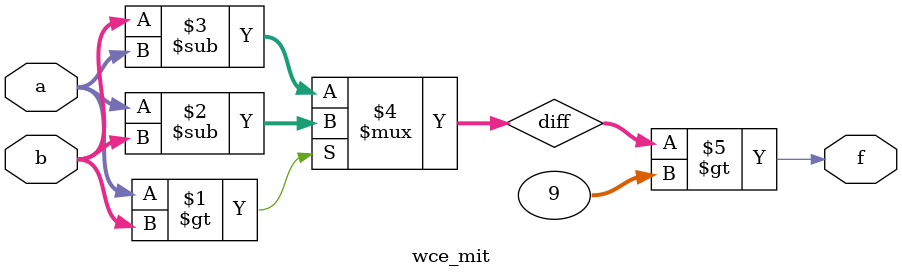
<source format=v>
module wce_mit(a, b, f);
parameter _bit = 9;
parameter wce = 9;
input [_bit - 1: 0] a;
input [_bit - 1: 0] b;
output f;
wire [_bit - 1: 0] diff;
assign diff = (a > b)? (a - b): (b - a);
assign f = (diff > wce);
endmodule

</source>
